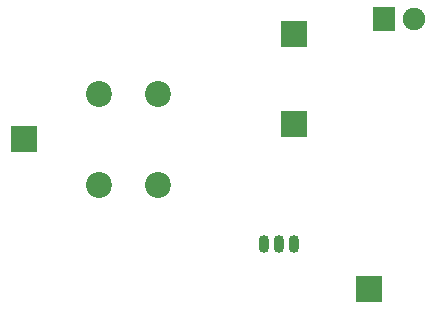
<source format=gbr>
G04 #@! TF.FileFunction,Copper,L2,Bot,Signal*
%FSLAX46Y46*%
G04 Gerber Fmt 4.6, Leading zero omitted, Abs format (unit mm)*
G04 Created by KiCad (PCBNEW 4.0.2-stable) date 2016 April 06, Wednesday 21:37:21*
%MOMM*%
G01*
G04 APERTURE LIST*
%ADD10C,0.100000*%
%ADD11R,1.900000X2.000000*%
%ADD12C,1.900000*%
%ADD13R,2.235200X2.235200*%
%ADD14O,0.899160X1.501140*%
%ADD15C,2.199640*%
G04 APERTURE END LIST*
D10*
D11*
X170180000Y-96520000D03*
D12*
X172720000Y-96520000D03*
D13*
X162560000Y-97790000D03*
X162560000Y-105410000D03*
D14*
X161290000Y-115570000D03*
X162560000Y-115570000D03*
X160020000Y-115570000D03*
D15*
X146090640Y-110530640D03*
X151089360Y-110530640D03*
X151089360Y-102829360D03*
X146090640Y-102829360D03*
D13*
X139700000Y-106680000D03*
X168910000Y-119380000D03*
M02*

</source>
